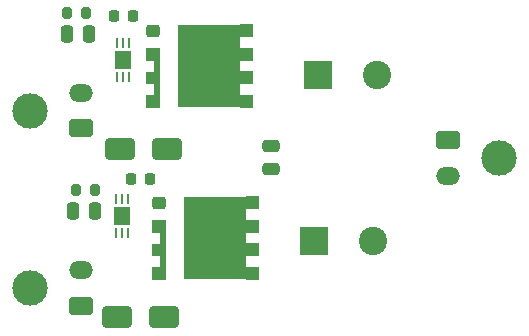
<source format=gbr>
%TF.GenerationSoftware,KiCad,Pcbnew,9.0.1*%
%TF.CreationDate,2025-07-03T11:12:22+02:00*%
%TF.ProjectId,BatteryBackup,42617474-6572-4794-9261-636b75702e6b,rev?*%
%TF.SameCoordinates,Original*%
%TF.FileFunction,Soldermask,Top*%
%TF.FilePolarity,Negative*%
%FSLAX46Y46*%
G04 Gerber Fmt 4.6, Leading zero omitted, Abs format (unit mm)*
G04 Created by KiCad (PCBNEW 9.0.1) date 2025-07-03 11:12:22*
%MOMM*%
%LPD*%
G01*
G04 APERTURE LIST*
G04 Aperture macros list*
%AMRoundRect*
0 Rectangle with rounded corners*
0 $1 Rounding radius*
0 $2 $3 $4 $5 $6 $7 $8 $9 X,Y pos of 4 corners*
0 Add a 4 corners polygon primitive as box body*
4,1,4,$2,$3,$4,$5,$6,$7,$8,$9,$2,$3,0*
0 Add four circle primitives for the rounded corners*
1,1,$1+$1,$2,$3*
1,1,$1+$1,$4,$5*
1,1,$1+$1,$6,$7*
1,1,$1+$1,$8,$9*
0 Add four rect primitives between the rounded corners*
20,1,$1+$1,$2,$3,$4,$5,0*
20,1,$1+$1,$4,$5,$6,$7,0*
20,1,$1+$1,$6,$7,$8,$9,0*
20,1,$1+$1,$8,$9,$2,$3,0*%
%AMFreePoly0*
4,1,14,0.240000,-2.550000,-0.240000,-2.550000,-0.890000,-2.550000,-0.890000,-1.450000,-0.240000,-1.450000,-0.240000,-0.550000,-0.890000,-0.550000,-0.890000,0.550000,-0.240000,0.550000,-0.240000,1.450000,-0.890000,1.450000,-0.890000,2.550000,0.240000,2.550000,0.240000,-2.550000,0.240000,-2.550000,$1*%
%AMFreePoly1*
4,1,21,3.715000,2.450000,2.615000,2.450000,2.615000,1.550000,3.715000,1.550000,3.715000,0.450000,2.615000,0.450000,2.615000,-0.450000,3.715000,-0.450000,3.715000,-1.550000,2.615000,-1.550000,2.615000,-2.450000,3.715000,-2.450000,3.715000,-3.550000,2.615000,-3.550000,2.615000,-3.450000,-2.615000,-3.450000,-2.615000,3.450000,2.615000,3.450000,2.615000,3.550000,3.715000,3.550000,
3.715000,2.450000,3.715000,2.450000,$1*%
G04 Aperture macros list end*
%ADD10RoundRect,0.062500X-0.062500X0.350000X-0.062500X-0.350000X0.062500X-0.350000X0.062500X0.350000X0*%
%ADD11R,1.350000X1.650000*%
%ADD12RoundRect,0.200000X0.200000X0.275000X-0.200000X0.275000X-0.200000X-0.275000X0.200000X-0.275000X0*%
%ADD13RoundRect,0.250000X1.000000X0.650000X-1.000000X0.650000X-1.000000X-0.650000X1.000000X-0.650000X0*%
%ADD14C,3.000000*%
%ADD15RoundRect,0.250001X0.759999X-0.499999X0.759999X0.499999X-0.759999X0.499999X-0.759999X-0.499999X0*%
%ADD16O,2.020000X1.500000*%
%ADD17RoundRect,0.275000X-0.290000X-0.275000X0.290000X-0.275000X0.290000X0.275000X-0.290000X0.275000X0*%
%ADD18FreePoly0,0.000000*%
%ADD19FreePoly1,0.000000*%
%ADD20RoundRect,0.250000X0.250000X0.475000X-0.250000X0.475000X-0.250000X-0.475000X0.250000X-0.475000X0*%
%ADD21RoundRect,0.250001X-0.759999X0.499999X-0.759999X-0.499999X0.759999X-0.499999X0.759999X0.499999X0*%
%ADD22RoundRect,0.225000X-0.225000X-0.250000X0.225000X-0.250000X0.225000X0.250000X-0.225000X0.250000X0*%
%ADD23R,2.400000X2.400000*%
%ADD24C,2.400000*%
%ADD25RoundRect,0.250000X-0.475000X0.250000X-0.475000X-0.250000X0.475000X-0.250000X0.475000X0.250000X0*%
G04 APERTURE END LIST*
D10*
%TO.C,U4*%
X142000000Y-72250000D03*
X141500000Y-72250000D03*
X141000000Y-72250000D03*
X141000000Y-75125000D03*
X141500000Y-75125000D03*
X142000000Y-75125000D03*
D11*
X141500000Y-73687500D03*
%TD*%
D10*
%TO.C,U3*%
X141910000Y-85472500D03*
X141410000Y-85472500D03*
X140910000Y-85472500D03*
X140910000Y-88347500D03*
X141410000Y-88347500D03*
X141910000Y-88347500D03*
D11*
X141410000Y-86910000D03*
%TD*%
D12*
%TO.C,R4*%
X138400000Y-69750000D03*
X136750000Y-69750000D03*
%TD*%
%TO.C,R3*%
X139150000Y-84750000D03*
X137500000Y-84750000D03*
%TD*%
D13*
%TO.C,D2*%
X145250000Y-81250000D03*
X141250000Y-81250000D03*
%TD*%
%TO.C,D1*%
X145000000Y-95500000D03*
X141000000Y-95500000D03*
%TD*%
D14*
%TO.C,J1*%
X133645000Y-93000000D03*
D15*
X137965000Y-94500000D03*
D16*
X137965000Y-91500000D03*
%TD*%
D17*
%TO.C,Q1*%
X144565000Y-85785000D03*
D18*
X144890000Y-89785000D03*
D19*
X149285000Y-88785000D03*
%TD*%
D20*
%TO.C,C6*%
X138650000Y-71500000D03*
X136750000Y-71500000D03*
%TD*%
D17*
%TO.C,Q2*%
X144065000Y-71250000D03*
D18*
X144390000Y-75250000D03*
D19*
X148785000Y-74250000D03*
%TD*%
D14*
%TO.C,J2*%
X133645000Y-78000000D03*
D15*
X137965000Y-79500000D03*
D16*
X137965000Y-76500000D03*
%TD*%
D20*
%TO.C,C5*%
X139150000Y-86500000D03*
X137250000Y-86500000D03*
%TD*%
D14*
%TO.C,J3*%
X173320000Y-82000000D03*
D21*
X169000000Y-80500000D03*
D16*
X169000000Y-83500000D03*
%TD*%
D22*
%TO.C,C3*%
X142200000Y-83750000D03*
X143750000Y-83750000D03*
%TD*%
%TO.C,C4*%
X140750000Y-70000000D03*
X142300000Y-70000000D03*
%TD*%
D23*
%TO.C,C2*%
X157676041Y-89000000D03*
D24*
X162676041Y-89000000D03*
%TD*%
D23*
%TO.C,C7*%
X158000000Y-75000000D03*
D24*
X163000000Y-75000000D03*
%TD*%
D25*
%TO.C,C1*%
X154000000Y-81000000D03*
X154000000Y-82900000D03*
%TD*%
M02*

</source>
